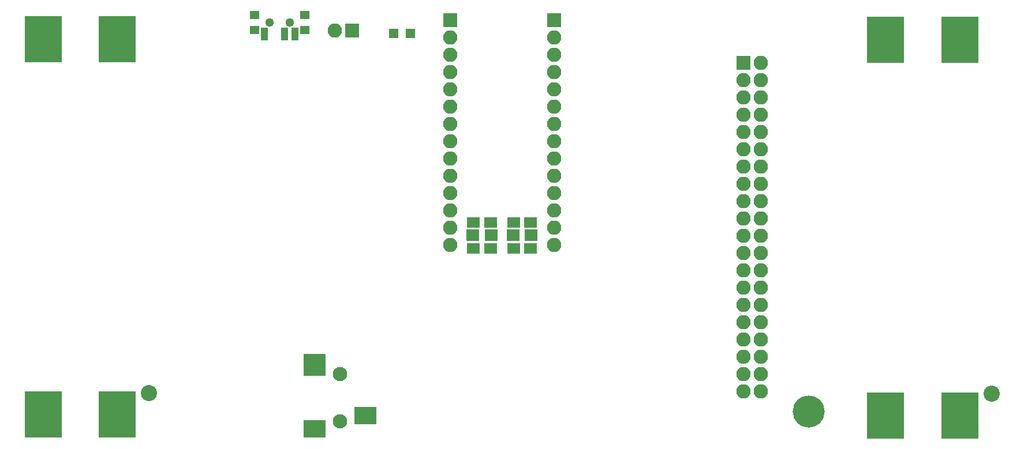
<source format=gbs>
G04 #@! TF.FileFunction,Soldermask,Bot*
%FSLAX46Y46*%
G04 Gerber Fmt 4.6, Leading zero omitted, Abs format (unit mm)*
G04 Created by KiCad (PCBNEW 4.0.7-e0-6372~58~ubuntu16.10.1) date Tue Sep 25 01:01:21 2018*
%MOMM*%
%LPD*%
G01*
G04 APERTURE LIST*
%ADD10C,0.100000*%
%ADD11R,1.900000X1.700000*%
%ADD12R,2.100000X2.100000*%
%ADD13O,2.100000X2.100000*%
%ADD14R,1.900000X1.650000*%
%ADD15C,2.100000*%
%ADD16R,3.200000X2.600000*%
%ADD17R,3.200000X3.200000*%
%ADD18R,5.480000X6.750000*%
%ADD19C,2.380000*%
%ADD20R,1.400000X1.400000*%
%ADD21C,1.300000*%
%ADD22R,1.100000X1.900000*%
%ADD23R,1.400000X1.200000*%
%ADD24C,4.700000*%
G04 APERTURE END LIST*
D10*
D11*
X144300000Y-83100000D03*
X141600000Y-83100000D03*
D12*
X175460000Y-57800000D03*
D13*
X178000000Y-57800000D03*
X175460000Y-60340000D03*
X178000000Y-60340000D03*
X175460000Y-62880000D03*
X178000000Y-62880000D03*
X175460000Y-65420000D03*
X178000000Y-65420000D03*
X175460000Y-67960000D03*
X178000000Y-67960000D03*
X175460000Y-70500000D03*
X178000000Y-70500000D03*
X175460000Y-73040000D03*
X178000000Y-73040000D03*
X175460000Y-75580000D03*
X178000000Y-75580000D03*
X175460000Y-78120000D03*
X178000000Y-78120000D03*
X175460000Y-80660000D03*
X178000000Y-80660000D03*
X175460000Y-83200000D03*
X178000000Y-83200000D03*
X175460000Y-85740000D03*
X178000000Y-85740000D03*
X175460000Y-88280000D03*
X178000000Y-88280000D03*
X175460000Y-90820000D03*
X178000000Y-90820000D03*
X175460000Y-93360000D03*
X178000000Y-93360000D03*
X175460000Y-95900000D03*
X178000000Y-95900000D03*
X175460000Y-98440000D03*
X178000000Y-98440000D03*
X175460000Y-100980000D03*
X178000000Y-100980000D03*
X175460000Y-103520000D03*
X178000000Y-103520000D03*
X175460000Y-106060000D03*
X178000000Y-106060000D03*
D14*
X141700000Y-85000000D03*
X144200000Y-85000000D03*
X138300000Y-85000000D03*
X135800000Y-85000000D03*
X141700000Y-81200000D03*
X144200000Y-81200000D03*
X138300000Y-81200000D03*
X135800000Y-81200000D03*
D12*
X147650000Y-51499610D03*
D13*
X147650000Y-54039610D03*
X147650000Y-56579610D03*
X147650000Y-59119610D03*
X147650000Y-61659610D03*
X147650000Y-64199610D03*
X147650000Y-66739610D03*
X147650000Y-69279610D03*
X147650000Y-71819610D03*
X147650000Y-74359610D03*
X147650000Y-76899610D03*
X147650000Y-79439610D03*
X147650000Y-81979610D03*
X147650000Y-84519610D03*
D12*
X132410000Y-51499610D03*
D13*
X132410000Y-54039610D03*
X132410000Y-56579610D03*
X132410000Y-59119610D03*
X132410000Y-61659610D03*
X132410000Y-64199610D03*
X132410000Y-66739610D03*
X132410000Y-69279610D03*
X132410000Y-71819610D03*
X132410000Y-74359610D03*
X132410000Y-76899610D03*
X132410000Y-79439610D03*
X132410000Y-81979610D03*
X132410000Y-84519610D03*
D11*
X135700000Y-83100000D03*
X138400000Y-83100000D03*
D15*
X116250000Y-110450000D03*
X116250000Y-103450000D03*
D16*
X112550000Y-111550000D03*
X119950000Y-109550000D03*
D17*
X112550000Y-102150000D03*
D12*
X118000000Y-53000000D03*
D13*
X115460000Y-53000000D03*
D18*
X207200000Y-109540000D03*
X207200000Y-54400000D03*
X196290000Y-109540000D03*
X196290000Y-54400000D03*
D19*
X211820000Y-106360000D03*
D18*
X83600000Y-109440000D03*
X83600000Y-54300000D03*
X72690000Y-109440000D03*
X72690000Y-54300000D03*
D19*
X88220000Y-106260000D03*
D20*
X126600000Y-53400000D03*
X124100000Y-53400000D03*
D21*
X105900000Y-51800000D03*
X108900000Y-51800000D03*
D22*
X105150000Y-53560000D03*
X108150000Y-53560000D03*
X109650000Y-53560000D03*
D23*
X103750000Y-50700000D03*
X111050000Y-50700000D03*
X111050000Y-52910000D03*
X103750000Y-52910000D03*
D24*
X185000000Y-109000000D03*
M02*

</source>
